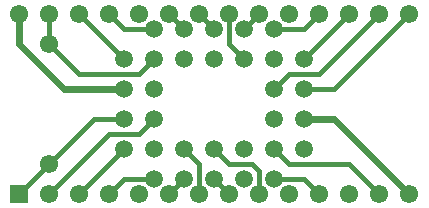
<source format=gbl>
G04 (created by PCBNEW (2013-jun-18)-testing) date Sun 14 Jul 2013 06:49:30 PM EEST*
%MOIN*%
G04 Gerber Fmt 3.4, Leading zero omitted, Abs format*
%FSLAX34Y34*%
G01*
G70*
G90*
G04 APERTURE LIST*
%ADD10C,0.005906*%
%ADD11C,0.061024*%
%ADD12R,0.061024X0.061024*%
%ADD13C,0.059055*%
%ADD14C,0.016000*%
%ADD15C,0.024000*%
G04 APERTURE END LIST*
G54D10*
G54D11*
X1750Y1750D03*
X1750Y5750D03*
G54D12*
X750Y750D03*
G54D11*
X1750Y750D03*
X2750Y750D03*
X3750Y750D03*
X4750Y750D03*
X5750Y750D03*
X6750Y750D03*
X7750Y750D03*
X8750Y750D03*
X9750Y750D03*
X10750Y750D03*
X11750Y750D03*
X12750Y750D03*
X13750Y750D03*
X13750Y6750D03*
X12750Y6750D03*
X11750Y6750D03*
X10750Y6750D03*
X9750Y6750D03*
X8750Y6750D03*
X7750Y6750D03*
X6750Y6750D03*
X5750Y6750D03*
X4750Y6750D03*
X3750Y6750D03*
X2750Y6750D03*
X1750Y6750D03*
X750Y6750D03*
G54D13*
X4250Y3250D03*
X5250Y4250D03*
X5250Y3250D03*
X4250Y2250D03*
X5250Y1250D03*
X5250Y2250D03*
X6250Y1250D03*
X6250Y2250D03*
X7250Y1250D03*
X7250Y2250D03*
X8250Y1250D03*
X8250Y2250D03*
X9250Y1250D03*
X10250Y2250D03*
X9250Y2250D03*
X10250Y3250D03*
X9250Y3250D03*
X10250Y4250D03*
X9250Y4250D03*
X10250Y5250D03*
X9250Y6250D03*
X9250Y5250D03*
X8250Y6250D03*
X8250Y5250D03*
X7250Y6250D03*
X7250Y5250D03*
X6250Y6250D03*
X4250Y4250D03*
X6250Y5250D03*
X5250Y6250D03*
X4250Y5250D03*
X5250Y5250D03*
G54D14*
X8750Y1500D02*
X8750Y750D01*
X8500Y1750D02*
X8750Y1500D01*
X7750Y1750D02*
X8500Y1750D01*
X7250Y2250D02*
X7750Y1750D01*
X7750Y6750D02*
X7750Y5750D01*
X7750Y5750D02*
X8250Y5250D01*
X5750Y6750D02*
X6250Y6250D01*
X1750Y750D02*
X3750Y2750D01*
X3750Y2750D02*
X4750Y2750D01*
X4750Y2750D02*
X5250Y3250D01*
X4250Y5250D02*
X2750Y6750D01*
X1750Y6750D02*
X1750Y5750D01*
X4750Y4750D02*
X5250Y5250D01*
X2750Y4750D02*
X4750Y4750D01*
X1750Y5750D02*
X2750Y4750D01*
X4250Y3250D02*
X3250Y3250D01*
X3250Y3250D02*
X1750Y1750D01*
X1750Y1750D02*
X750Y750D01*
X7250Y1250D02*
X7750Y750D01*
X6250Y2250D02*
X6750Y1750D01*
X6750Y1750D02*
X6750Y750D01*
X5750Y750D02*
X6250Y1250D01*
X4250Y1250D02*
X3750Y750D01*
X5250Y1250D02*
X4250Y1250D01*
X4250Y2250D02*
X2750Y750D01*
X4250Y6250D02*
X3750Y6750D01*
X5250Y6250D02*
X4250Y6250D01*
X8250Y6250D02*
X8750Y6750D01*
X9250Y1250D02*
X10250Y1250D01*
X10250Y1250D02*
X10750Y750D01*
X9750Y1750D02*
X9250Y2250D01*
X11750Y1750D02*
X9750Y1750D01*
X12750Y750D02*
X11750Y1750D01*
X10250Y4250D02*
X11250Y4250D01*
X11250Y4250D02*
X13750Y6750D01*
X9250Y4250D02*
X9750Y4750D01*
X9750Y4750D02*
X10750Y4750D01*
X10750Y4750D02*
X12750Y6750D01*
X10250Y5250D02*
X11750Y6750D01*
X9250Y6250D02*
X10250Y6250D01*
X10250Y6250D02*
X10750Y6750D01*
X7250Y6250D02*
X6750Y6750D01*
G54D15*
X11250Y3250D02*
X13750Y750D01*
X10250Y3250D02*
X11250Y3250D01*
X4250Y4250D02*
X2250Y4250D01*
X750Y5750D02*
X750Y6750D01*
X2250Y4250D02*
X750Y5750D01*
M02*

</source>
